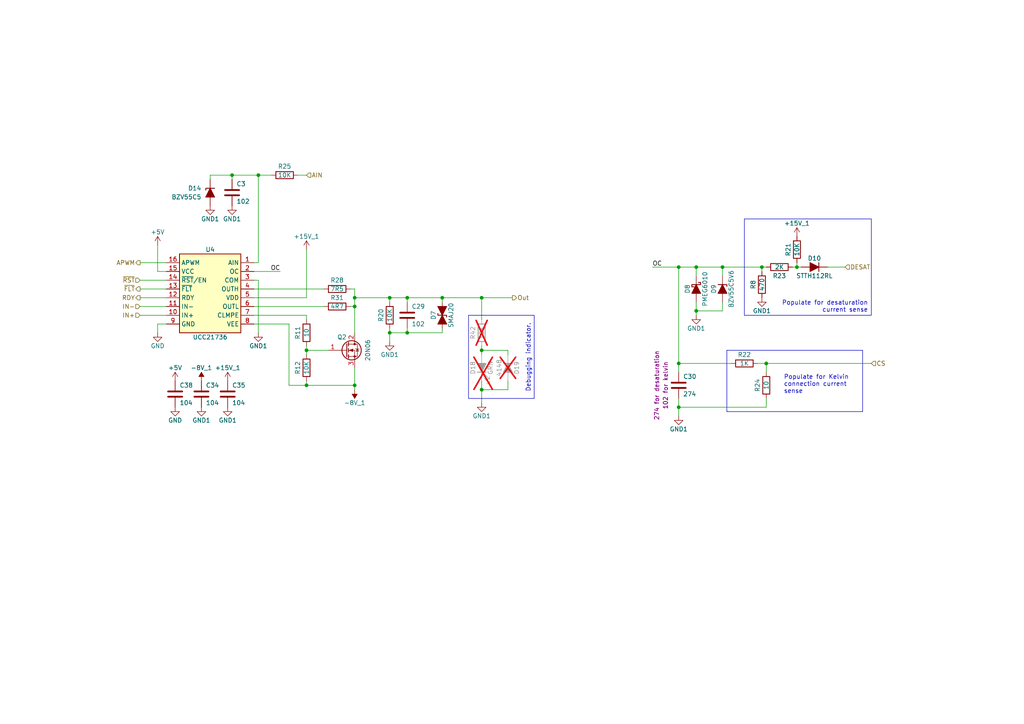
<source format=kicad_sch>
(kicad_sch (version 20250114) (generator "eeschema") (generator_version "9.0")
  (paper "A4")
  (lib_symbols
    (symbol "D_Filled_1" (pin_numbers (hide yes)) (pin_names (offset 1.016) (hide yes))
      (property "Reference" "D" (at 0 2.54 0))
      (property "Value" "D_Filled" (at 0 -2.54 0))
      (symbol "D_Filled_1_0_1"
        (polyline (pts (xy -1.27 1.27) (xy -1.27 -1.27)) (stroke (width 0.254)))
        (polyline (pts (xy 1.27 1.27) (xy 1.27 -1.27) (xy -1.27 0) (xy 1.27 1.27)) (stroke (width 0.254)) (fill (type outline)))
        (polyline (pts (xy 1.27 0) (xy -1.27 0)))
      )
      (symbol "D_Filled_1_1_1"
        (pin passive line (at -3.81 0 0) (length 2.54) (name "K") (number "1"))
        (pin passive line (at 3.81 0 180) (length 2.54) (name "A") (number "2"))
      )
    )
    (symbol "Device:C" (pin_numbers (hide yes)) (pin_names (offset 0.254))
      (property "Reference" "C" (at 0.635 2.54 0))
      (property "Value" "C" (at 0.635 -2.54 0))
      (symbol "C_0_1"
        (polyline (pts (xy -2.032 0.762) (xy 2.032 0.762)) (stroke (width 0.508)))
        (polyline (pts (xy -2.032 -0.762) (xy 2.032 -0.762)) (stroke (width 0.508)))
      )
      (symbol "C_1_1"
        (pin passive line (at 0 3.81 270) (length 2.794) (name "~") (number "1"))
        (pin passive line (at 0 -3.81 90) (length 2.794) (name "~") (number "2"))
      )
    )
    (symbol "Device:D_Filled" (pin_numbers (hide yes)) (pin_names (offset 1.016) (hide yes))
      (property "Reference" "D" (at 0 2.54 0))
      (property "Value" "D_Filled" (at 0 -2.54 0))
      (symbol "D_Filled_0_1"
        (polyline (pts (xy -1.27 1.27) (xy -1.27 -1.27)) (stroke (width 0.254)))
        (polyline (pts (xy 1.27 1.27) (xy 1.27 -1.27) (xy -1.27 0) (xy 1.27 1.27)) (stroke (width 0.254)) (fill (type outline)))
        (polyline (pts (xy 1.27 0) (xy -1.27 0)))
      )
      (symbol "D_Filled_1_1"
        (pin passive line (at -3.81 0 0) (length 2.54) (name "K") (number "1"))
        (pin passive line (at 3.81 0 180) (length 2.54) (name "A") (number "2"))
      )
    )
    (symbol "Device:D_Schottky_Filled" (pin_numbers (hide yes)) (pin_names (offset 1.016) (hide yes))
      (property "Reference" "D" (at 0 2.54 0))
      (property "Value" "D_Schottky_Filled" (at 0 -2.54 0))
      (symbol "D_Schottky_Filled_0_1"
        (polyline (pts (xy -1.905 0.635) (xy -1.905 1.27) (xy -1.27 1.27) (xy -1.27 -1.27) (xy -0.635 -1.27) (xy -0.635 -0.635)) (stroke (width 0.254)))
        (polyline (pts (xy 1.27 1.27) (xy 1.27 -1.27) (xy -1.27 0) (xy 1.27 1.27)) (stroke (width 0.254)) (fill (type outline)))
        (polyline (pts (xy 1.27 0) (xy -1.27 0)))
      )
      (symbol "D_Schottky_Filled_1_1"
        (pin passive line (at -3.81 0 0) (length 2.54) (name "K") (number "1"))
        (pin passive line (at 3.81 0 180) (length 2.54) (name "A") (number "2"))
      )
    )
    (symbol "Device:D_TVS_Filled" (pin_numbers (hide yes)) (pin_names (offset 1.016) (hide yes))
      (property "Reference" "D" (at 0 2.54 0))
      (property "Value" "D_TVS_Filled" (at 0 -2.54 0))
      (symbol "D_TVS_Filled_0_1"
        (polyline (pts (xy -2.54 -1.27) (xy 0 0) (xy -2.54 1.27) (xy -2.54 -1.27)) (stroke (width 0.254)) (fill (type outline)))
        (polyline (pts (xy 0.508 1.27) (xy 0 1.27) (xy 0 -1.27) (xy -0.508 -1.27)) (stroke (width 0.254)))
        (polyline (pts (xy 1.27 0) (xy -1.27 0)))
        (polyline (pts (xy 2.54 1.27) (xy 2.54 -1.27) (xy 0 0) (xy 2.54 1.27)) (stroke (width 0.254)) (fill (type outline)))
      )
      (symbol "D_TVS_Filled_1_1"
        (pin passive line (at -3.81 0 0) (length 2.54) (name "A1") (number "1"))
        (pin passive line (at 3.81 0 180) (length 2.54) (name "A2") (number "2"))
      )
    )
    (symbol "Device:D_Zener_Filled" (pin_numbers (hide yes)) (pin_names (offset 1.016) (hide yes))
      (property "Reference" "D" (at 0 2.54 0))
      (property "Value" "D_Zener_Filled" (at 0 -2.54 0))
      (symbol "D_Zener_Filled_0_1"
        (polyline (pts (xy -1.27 -1.27) (xy -1.27 1.27) (xy -0.762 1.27)) (stroke (width 0.254)))
        (polyline (pts (xy 1.27 0) (xy -1.27 0)))
        (polyline (pts (xy 1.27 -1.27) (xy 1.27 1.27) (xy -1.27 0) (xy 1.27 -1.27)) (stroke (width 0.254)) (fill (type outline)))
      )
      (symbol "D_Zener_Filled_1_1"
        (pin passive line (at -3.81 0 0) (length 2.54) (name "K") (number "1"))
        (pin passive line (at 3.81 0 180) (length 2.54) (name "A") (number "2"))
      )
    )
    (symbol "Device:LED_Filled" (pin_numbers (hide yes)) (pin_names (offset 1.016) (hide yes))
      (property "Reference" "D" (at 0 2.54 0))
      (property "Value" "LED_Filled" (at 0 -2.54 0))
      (symbol "LED_Filled_0_1"
        (polyline (pts (xy -3.048 -0.762) (xy -4.572 -2.286) (xy -3.81 -2.286) (xy -4.572 -2.286) (xy -4.572 -1.524)))
        (polyline (pts (xy -1.778 -0.762) (xy -3.302 -2.286) (xy -2.54 -2.286) (xy -3.302 -2.286) (xy -3.302 -1.524)))
        (polyline (pts (xy -1.27 0) (xy 1.27 0)))
        (polyline (pts (xy -1.27 -1.27) (xy -1.27 1.27)) (stroke (width 0.254)))
        (polyline (pts (xy 1.27 -1.27) (xy 1.27 1.27) (xy -1.27 0) (xy 1.27 -1.27)) (stroke (width 0.254)) (fill (type outline)))
      )
      (symbol "LED_Filled_1_1"
        (pin passive line (at -3.81 0 0) (length 2.54) (name "K") (number "1"))
        (pin passive line (at 3.81 0 180) (length 2.54) (name "A") (number "2"))
      )
    )
    (symbol "Device:Q_NMOS_GDS" (pin_names (offset 0) (hide yes))
      (property "Reference" "Q" (at 5.08 1.27 0))
      (property "Value" "Q_NMOS_GDS" (at 5.08 -1.27 0))
      (symbol "Q_NMOS_GDS_0_1"
        (polyline (pts (xy 0.254 1.905) (xy 0.254 -1.905)) (stroke (width 0.254)))
        (polyline (pts (xy 0.254 0) (xy -2.54 0)))
        (polyline (pts (xy 0.762 2.286) (xy 0.762 1.27)) (stroke (width 0.254)))
        (polyline (pts (xy 0.762 0.508) (xy 0.762 -0.508)) (stroke (width 0.254)))
        (polyline (pts (xy 0.762 -1.27) (xy 0.762 -2.286)) (stroke (width 0.254)))
        (polyline (pts (xy 0.762 -1.778) (xy 3.302 -1.778) (xy 3.302 1.778) (xy 0.762 1.778)))
        (polyline (pts (xy 1.016 0) (xy 2.032 0.381) (xy 2.032 -0.381) (xy 1.016 0)) (fill (type outline)))
        (circle (center 1.651 0) (radius 2.794) (stroke (width 0.254)))
        (polyline (pts (xy 2.54 2.54) (xy 2.54 1.778)))
        (circle (center 2.54 1.778) (radius 0.254) (fill (type outline)))
        (circle (center 2.54 -1.778) (radius 0.254) (fill (type outline)))
        (polyline (pts (xy 2.54 -2.54) (xy 2.54 0) (xy 0.762 0)))
        (polyline (pts (xy 2.794 0.508) (xy 2.921 0.381) (xy 3.683 0.381) (xy 3.81 0.254)))
        (polyline (pts (xy 3.302 0.381) (xy 2.921 -0.254) (xy 3.683 -0.254) (xy 3.302 0.381)))
      )
      (symbol "Q_NMOS_GDS_1_1"
        (pin input line (at -5.08 0 0) (length 2.54) (name "G") (number "1"))
        (pin passive line (at 2.54 5.08 270) (length 2.54) (name "D") (number "2"))
        (pin passive line (at 2.54 -5.08 90) (length 2.54) (name "S") (number "3"))
      )
    )
    (symbol "Device:R" (pin_numbers (hide yes)) (pin_names (offset 0))
      (property "Reference" "R" (at 2.032 0 90))
      (property "Value" "R" (at 0 0 90))
      (symbol "R_0_1"
        (rectangle (start -1.016 -2.54) (end 1.016 2.54) (stroke (width 0.254)))
      )
      (symbol "R_1_1"
        (pin passive line (at 0 3.81 270) (length 1.27) (name "~") (number "1"))
        (pin passive line (at 0 -3.81 90) (length 1.27) (name "~") (number "2"))
      )
    )
    (symbol "HR Parts:UCC21732"
      (property "Reference" "U" (at 0 15.24 0))
      (property "Value" "UCC21736" (at 0 -12.7 0))
      (symbol "UCC21732_0_1"
        (rectangle (start -8.89 12.7) (end 8.89 -10.16) (stroke (width 0.254)) (fill (type background)))
      )
      (symbol "UCC21732_1_1"
        (pin input line (at -12.7 10.16 0) (length 3.81) (name "AIN") (number "1"))
        (pin input line (at -12.7 7.62 0) (length 3.81) (name "OC") (number "2"))
        (pin power_in line (at -12.7 5.08 0) (length 3.81) (name "COM") (number "3"))
        (pin power_out line (at -12.7 2.54 0) (length 3.81) (name "OUTH") (number "4"))
        (pin power_in line (at -12.7 0 0) (length 3.81) (name "VDD") (number "5"))
        (pin power_out line (at -12.7 -2.54 0) (length 3.81) (name "OUTL") (number "6"))
        (pin power_out line (at -12.7 -5.08 0) (length 3.81) (name "CLMPE") (number "7"))
        (pin power_in line (at -12.7 -7.62 0) (length 3.81) (name "VEE") (number "8"))
        (pin output line (at 12.7 10.16 180) (length 3.81) (name "APWM") (number "16"))
        (pin power_in line (at 12.7 7.62 180) (length 3.81) (name "VCC") (number "15"))
        (pin input line (at 12.7 5.08 180) (length 3.81) (name "~{RST}/EN") (number "14"))
        (pin output line (at 12.7 2.54 180) (length 3.81) (name "~{FLT}") (number "13"))
        (pin output line (at 12.7 0 180) (length 3.81) (name "RDY") (number "12"))
        (pin input line (at 12.7 -2.54 180) (length 3.81) (name "IN-") (number "11"))
        (pin input line (at 12.7 -5.08 180) (length 3.81) (name "IN+") (number "10"))
        (pin power_in line (at 12.7 -7.62 180) (length 3.81) (name "GND") (number "9"))
      )
    )
    (symbol "HR-parts:+15V_1" (power) (pin_names (offset 0))
      (property "Value" "+15V_1" (at 0 3.556 0))
      (symbol "+15V_1_0_1"
        (polyline (pts (xy -0.762 1.27) (xy 0 2.54)))
        (polyline (pts (xy 0 2.54) (xy 0.762 1.27)))
        (polyline (pts (xy 0 0) (xy 0 2.54)))
      )
      (symbol "+15V_1_1_1"
        (pin power_in line (at 0 0 90) (length 0) (hide yes) (name "+15V_1") (number "1"))
      )
    )
    (symbol "HR-parts:-8V_1" (power) (pin_names (offset 0))
      (property "Value" "-8V_1" (at 0 3.556 0))
      (symbol "-8V_1_0_1"
        (polyline (pts (xy -0.762 1.27) (xy 0.762 1.27) (xy 0 2.54) (xy -0.762 1.27)) (fill (type outline)))
        (polyline (pts (xy 0 0) (xy 0 2.54)))
      )
      (symbol "-8V_1_1_1"
        (pin power_in line (at 0 0 90) (length 0) (hide yes) (name "-8V_1") (number "1"))
      )
    )
    (symbol "power:+5V" (power) (pin_names (offset 0))
      (property "Value" "+5V" (at 0 3.556 0))
      (symbol "+5V_0_1"
        (polyline (pts (xy -0.762 1.27) (xy 0 2.54)))
        (polyline (pts (xy 0 2.54) (xy 0.762 1.27)))
        (polyline (pts (xy 0 0) (xy 0 2.54)))
      )
      (symbol "+5V_1_1"
        (pin power_in line (at 0 0 90) (length 0) (hide yes) (name "+5V") (number "1"))
      )
    )
    (symbol "power:GND" (power) (pin_names (offset 0))
      (property "Value" "GND" (at 0 -3.81 0))
      (symbol "GND_0_1"
        (polyline (pts (xy 0 0) (xy 0 -1.27) (xy 1.27 -1.27) (xy 0 -2.54) (xy -1.27 -1.27) (xy 0 -1.27)))
      )
      (symbol "GND_1_1"
        (pin power_in line (at 0 0 270) (length 0) (hide yes) (name "GND") (number "1"))
      )
    )
    (symbol "power:GND1" (power) (pin_names (offset 0))
      (property "Value" "GND1" (at 0 -3.81 0))
      (symbol "GND1_0_1"
        (polyline (pts (xy 0 0) (xy 0 -1.27) (xy 1.27 -1.27) (xy 0 -2.54) (xy -1.27 -1.27) (xy 0 -1.27)))
      )
      (symbol "GND1_1_1"
        (pin power_in line (at 0 0 270) (length 0) (hide yes) (name "GND1") (number "1"))
      )
    )
  )
  (text "Populate for Kelvin\nconnection current\nsense" (at 227.33 114.3 0) (effects (font (size 1.27 1.27)) (justify left bottom)))
  (text_box "Populate for desaturation\ncurrent sense" (at 215.9 63.5 0) (size 36.83 27.94) (margins 0.9525 0.9525 0.9525 0.9525) (effects (font (size 1.27 1.27)) (justify right bottom)))
  (text_box "Debugging indicator." (at 135.89 91.44 90) (size 19.05 24.13) (margins 0.9525 0.9525 0.9525 0.9525) (effects (font (size 1.27 1.27)) (justify bottom)))
  (junction (at 220.98 77.47))
  (junction (at 201.93 90.17))
  (junction (at 102.87 88.9))
  (junction (at 88.9 101.6))
  (junction (at 128.27 86.36))
  (junction (at 196.85 105.41))
  (junction (at 209.55 77.47))
  (junction (at 201.93 77.47))
  (junction (at 88.9 111.76))
  (junction (at 118.11 86.36))
  (junction (at 231.14 77.47))
  (junction (at 102.87 86.36))
  (junction (at 118.11 96.52))
  (junction (at 113.03 96.52))
  (junction (at 139.7 101.6))
  (junction (at 74.93 50.8))
  (junction (at 139.7 113.03))
  (junction (at 196.85 118.11))
  (junction (at 113.03 86.36))
  (junction (at 139.7 86.36))
  (junction (at 222.25 105.41))
  (junction (at 196.85 77.47))
  (junction (at 67.31 50.8))
  (junction (at 102.87 111.76))
  (wire (pts (xy 189.23 77.47) (xy 196.85 77.47)))
  (wire (pts (xy 139.7 100.33) (xy 139.7 101.6)))
  (wire (pts (xy 95.25 101.6) (xy 88.9 101.6)))
  (wire (pts (xy 209.55 87.63) (xy 209.55 90.17)))
  (wire (pts (xy 118.11 87.63) (xy 118.11 86.36)))
  (wire (pts (xy 139.7 113.03) (xy 139.7 116.84)))
  (wire (pts (xy 60.96 50.8) (xy 60.96 52.07)))
  (wire (pts (xy 101.6 88.9) (xy 102.87 88.9)))
  (wire (pts (xy 147.32 113.03) (xy 147.32 110.49)))
  (wire (pts (xy 220.98 77.47) (xy 220.98 78.74)))
  (wire (pts (xy 222.25 118.11) (xy 222.25 115.57)))
  (wire (pts (xy 196.85 105.41) (xy 212.09 105.41)))
  (wire (pts (xy 83.82 111.76) (xy 88.9 111.76)))
  (wire (pts (xy 231.14 76.2) (xy 231.14 77.47)))
  (wire (pts (xy 222.25 118.11) (xy 196.85 118.11)))
  (wire (pts (xy 74.93 50.8) (xy 74.93 76.2)))
  (wire (pts (xy 147.32 101.6) (xy 147.32 102.87)))
  (wire (pts (xy 201.93 77.47) (xy 209.55 77.47)))
  (wire (pts (xy 118.11 96.52) (xy 128.27 96.52)))
  (wire (pts (xy 139.7 101.6) (xy 147.32 101.6)))
  (wire (pts (xy 40.64 83.82) (xy 48.26 83.82)))
  (wire (pts (xy 128.27 96.52) (xy 128.27 95.25)))
  (wire (pts (xy 86.36 50.8) (xy 88.9 50.8)))
  (wire (pts (xy 45.72 71.12) (xy 45.72 78.74)))
  (wire (pts (xy 196.85 77.47) (xy 201.93 77.47)))
  (wire (pts (xy 201.93 77.47) (xy 201.93 80.01)))
  (wire (pts (xy 67.31 50.8) (xy 60.96 50.8)))
  (wire (pts (xy 220.98 77.47) (xy 222.25 77.47)))
  (wire (pts (xy 102.87 86.36) (xy 102.87 88.9)))
  (wire (pts (xy 102.87 88.9) (xy 102.87 96.52)))
  (wire (pts (xy 74.93 81.28) (xy 73.66 81.28)))
  (wire (pts (xy 73.66 93.98) (xy 83.82 93.98)))
  (wire (pts (xy 113.03 96.52) (xy 113.03 99.06)))
  (wire (pts (xy 40.64 91.44) (xy 48.26 91.44)))
  (wire (pts (xy 40.64 76.2) (xy 48.26 76.2)))
  (wire (pts (xy 139.7 86.36) (xy 139.7 92.71)))
  (polyline (pts (xy 210.82 101.6) (xy 250.19 101.6)))
  (wire (pts (xy 73.66 91.44) (xy 88.9 91.44)))
  (wire (pts (xy 88.9 86.36) (xy 88.9 72.39)))
  (wire (pts (xy 196.85 118.11) (xy 196.85 120.65)))
  (polyline (pts (xy 250.19 101.6) (xy 250.19 119.38)))
  (polyline (pts (xy 210.82 101.6) (xy 210.82 119.38)))
  (wire (pts (xy 74.93 96.52) (xy 74.93 81.28)))
  (wire (pts (xy 88.9 100.33) (xy 88.9 101.6)))
  (wire (pts (xy 139.7 113.03) (xy 147.32 113.03)))
  (wire (pts (xy 209.55 77.47) (xy 209.55 80.01)))
  (wire (pts (xy 201.93 87.63) (xy 201.93 90.17)))
  (wire (pts (xy 88.9 111.76) (xy 102.87 111.76)))
  (wire (pts (xy 73.66 86.36) (xy 88.9 86.36)))
  (wire (pts (xy 113.03 86.36) (xy 113.03 87.63)))
  (wire (pts (xy 101.6 83.82) (xy 102.87 83.82)))
  (wire (pts (xy 222.25 105.41) (xy 252.73 105.41)))
  (wire (pts (xy 102.87 106.68) (xy 102.87 111.76)))
  (wire (pts (xy 139.7 110.49) (xy 139.7 113.03)))
  (wire (pts (xy 222.25 105.41) (xy 222.25 107.95)))
  (wire (pts (xy 231.14 77.47) (xy 232.41 77.47)))
  (wire (pts (xy 196.85 105.41) (xy 196.85 107.95)))
  (wire (pts (xy 229.87 77.47) (xy 231.14 77.47)))
  (wire (pts (xy 118.11 96.52) (xy 118.11 95.25)))
  (wire (pts (xy 74.93 50.8) (xy 78.74 50.8)))
  (wire (pts (xy 40.64 86.36) (xy 48.26 86.36)))
  (wire (pts (xy 128.27 86.36) (xy 139.7 86.36)))
  (wire (pts (xy 139.7 101.6) (xy 139.7 102.87)))
  (wire (pts (xy 67.31 50.8) (xy 67.31 52.07)))
  (wire (pts (xy 88.9 91.44) (xy 88.9 92.71)))
  (wire (pts (xy 67.31 50.8) (xy 74.93 50.8)))
  (wire (pts (xy 219.71 105.41) (xy 222.25 105.41)))
  (wire (pts (xy 113.03 86.36) (xy 118.11 86.36)))
  (wire (pts (xy 201.93 90.17) (xy 201.93 91.44)))
  (wire (pts (xy 196.85 118.11) (xy 196.85 115.57)))
  (wire (pts (xy 73.66 88.9) (xy 93.98 88.9)))
  (wire (pts (xy 201.93 90.17) (xy 209.55 90.17)))
  (wire (pts (xy 220.98 77.47) (xy 209.55 77.47)))
  (wire (pts (xy 48.26 93.98) (xy 45.72 93.98)))
  (wire (pts (xy 88.9 101.6) (xy 88.9 102.87)))
  (wire (pts (xy 73.66 78.74) (xy 81.28 78.74)))
  (wire (pts (xy 40.64 88.9) (xy 48.26 88.9)))
  (wire (pts (xy 102.87 86.36) (xy 113.03 86.36)))
  (wire (pts (xy 73.66 76.2) (xy 74.93 76.2)))
  (wire (pts (xy 102.87 113.03) (xy 102.87 111.76)))
  (wire (pts (xy 83.82 93.98) (xy 83.82 111.76)))
  (wire (pts (xy 45.72 93.98) (xy 45.72 96.52)))
  (wire (pts (xy 240.03 77.47) (xy 245.11 77.47)))
  (wire (pts (xy 113.03 95.25) (xy 113.03 96.52)))
  (wire (pts (xy 113.03 96.52) (xy 118.11 96.52)))
  (wire (pts (xy 40.64 81.28) (xy 48.26 81.28)))
  (wire (pts (xy 88.9 110.49) (xy 88.9 111.76)))
  (wire (pts (xy 118.11 86.36) (xy 128.27 86.36)))
  (wire (pts (xy 73.66 83.82) (xy 93.98 83.82)))
  (wire (pts (xy 102.87 83.82) (xy 102.87 86.36)))
  (wire (pts (xy 45.72 78.74) (xy 48.26 78.74)))
  (wire (pts (xy 139.7 86.36) (xy 148.59 86.36)))
  (polyline (pts (xy 250.19 119.38) (xy 210.82 119.38)))
  (wire (pts (xy 196.85 77.47) (xy 196.85 105.41)))
  (wire (pts (xy 128.27 86.36) (xy 128.27 87.63)))
  (label "OC" (at 81.28 78.74 180))
  (label "OC" (at 189.23 77.47 0))
  (hierarchical_label "AIN" (shape input) (at 88.9 50.8 0))
  (hierarchical_label "~{FLT}" (shape output) (at 40.64 83.82 180))
  (hierarchical_label "DESAT" (shape input) (at 245.11 77.47 0))
  (hierarchical_label "RDY" (shape output) (at 40.64 86.36 180))
  (hierarchical_label "CS" (shape input) (at 252.73 105.41 0))
  (hierarchical_label "IN+" (shape input) (at 40.64 91.44 180))
  (hierarchical_label "IN-" (shape input) (at 40.64 88.9 180))
  (hierarchical_label "APWM" (shape output) (at 40.64 76.2 180))
  (hierarchical_label "Out" (shape output) (at 148.59 86.36 0))
  (hierarchical_label "~{RST}" (shape input) (at 40.64 81.28 180))
  (symbol (lib_id "power:+5V") (at 50.8 110.49 0) (unit 1)
    (property "Reference" "#PWR0103" (effects (hide yes)))
    (property "Value" "+5V" (at 50.8 106.68 0))
  )
  (symbol (lib_id "Device:D_Zener_Filled") (at 60.96 55.88 90) (mirror x) (unit 1)
    (property "Reference" "D14" (at 58.42 54.6099 90) (effects (justify left)))
    (property "Value" "BZV55C5" (at 58.42 57.1499 90) (effects (justify left)))
    (property "Footprint" "Diode_SMD:D_SOD-123" (effects (hide yes)))
  )
  (symbol (lib_id "Device:C") (at 196.85 111.76 0) (unit 1)
    (property "Reference" "C30" (at 198.12 109.22 0) (effects (justify left)))
    (property "Value" "274" (at 198.12 114.3 0) (effects (justify left)))
    (property "Footprint" "Capacitor_SMD:C_0805_2012Metric" (effects (hide yes)))
    (property "Note" "274 for desaturation" (at 190.5 111.76 90))
    (property "Note2" "102 for kelvin" (at 193.04 111.76 90))
  )
  (symbol (lib_id "power:GND1") (at 66.04 118.11 0) (unit 1)
    (property "Reference" "#PWR0108" (effects (hide yes)))
    (property "Value" "GND1" (at 66.04 121.92 0))
  )
  (symbol (lib_id "power:GND1") (at 220.98 86.36 0) (unit 1)
    (property "Reference" "#PWR7" (effects (hide yes)))
    (property "Value" "GND1" (at 220.98 90.17 0))
  )
  (symbol (lib_id "power:GND") (at 45.72 96.52 0) (unit 1)
    (property "Reference" "#PWR018" (effects (hide yes)))
    (property "Value" "GND" (at 45.72 100.33 0))
  )
  (symbol (lib_id "Device:D_Filled") (at 236.22 77.47 0) (mirror y) (unit 1)
    (property "Reference" "D10" (at 236.22 74.93 0))
    (property "Value" "STTH112RL" (at 236.22 80.01 0))
    (property "Footprint" "Diode_THT:D_DO-41_SOD81_P10.16mm_Horizontal" (effects (hide yes)))
  )
  (symbol (lib_name "D_Filled_1") (lib_id "Device:D_Filled") (at 147.32 106.68 270) (unit 1) (dnp yes)
    (property "Reference" "D19" (at 149.86 106.68 0))
    (property "Value" "4148" (at 144.78 106.68 0))
    (property "Footprint" "Diode_SMD:D_SOD-123" (effects (hide yes)))
    (property "Description" "Diode, filled shape" (effects (hide yes)))
    (property "Sim.Device" "D" (effects (hide yes)))
    (property "Sim.Pins" "1=K 2=A" (effects (hide yes)))
  )
  (symbol (lib_id "Device:Q_NMOS_GDS") (at 100.33 101.6 0) (unit 1)
    (property "Reference" "Q2" (at 97.79 97.79 0) (effects (justify left)))
    (property "Value" "20N06" (at 106.68 101.6 90))
    (property "Footprint" "Package_TO_SOT_SMD:TO-252-2" (effects (hide yes)))
  )
  (symbol (lib_id "HR-parts:+15V_1") (at 88.9 72.39 0) (unit 1)
    (property "Reference" "#PWR022" (effects (hide yes)))
    (property "Value" "+15V_1" (at 88.9 68.58 0))
  )
  (symbol (lib_id "power:GND1") (at 58.42 118.11 0) (unit 1)
    (property "Reference" "#PWR0107" (effects (hide yes)))
    (property "Value" "GND1" (at 58.42 121.92 0))
  )
  (symbol (lib_id "Device:R") (at 220.98 82.55 180) (unit 1)
    (property "Reference" "R8" (at 218.44 82.55 90))
    (property "Value" "470" (at 220.98 82.55 90))
    (property "Footprint" "Resistor_SMD:R_0805_2012Metric" (effects (hide yes)))
  )
  (symbol (lib_id "Device:C") (at 67.31 55.88 0) (unit 1)
    (property "Reference" "C3" (at 68.58 53.34 0) (effects (justify left)))
    (property "Value" "102" (at 68.58 58.42 0) (effects (justify left)))
    (property "Footprint" "Capacitor_SMD:C_0805_2012Metric" (effects (hide yes)))
  )
  (symbol (lib_id "Device:R") (at 139.7 96.52 180) (unit 1) (dnp yes)
    (property "Reference" "R42" (at 137.16 96.52 90))
    (property "Value" "10K" (at 139.7 96.52 90))
    (property "Footprint" "Resistor_SMD:R_0805_2012Metric" (effects (hide yes)))
  )
  (symbol (lib_id "HR Parts:UCC21732") (at 60.96 86.36 0) (mirror y) (unit 1)
    (property "Reference" "U4" (at 60.96 72.39 0))
    (property "Value" "UCC21736" (at 60.96 97.79 0))
    (property "Footprint" "Package_SO:SOIC-16W_7.5x10.3mm_P1.27mm" (effects (hide yes)))
  )
  (symbol (lib_id "Device:D_TVS_Filled") (at 128.27 91.44 90) (unit 1)
    (property "Reference" "D7" (at 125.73 91.44 0))
    (property "Value" "SMAJ20" (at 130.81 91.44 0))
    (property "Footprint" "Diode_SMD:D_SMA" (effects (hide yes)))
  )
  (symbol (lib_id "Device:R") (at 226.06 77.47 90) (unit 1)
    (property "Reference" "R23" (at 226.06 80.01 90))
    (property "Value" "2K" (at 226.06 77.47 90))
    (property "Footprint" "Resistor_SMD:R_0805_2012Metric" (effects (hide yes)))
  )
  (symbol (lib_id "Device:R") (at 88.9 96.52 180) (unit 1)
    (property "Reference" "R11" (at 86.36 96.52 90))
    (property "Value" "10" (at 88.9 96.52 90))
    (property "Footprint" "Resistor_SMD:R_0805_2012Metric" (effects (hide yes)))
  )
  (symbol (lib_id "Device:R") (at 231.14 72.39 180) (unit 1)
    (property "Reference" "R21" (at 228.6 72.39 90))
    (property "Value" "10K" (at 231.14 72.39 90))
    (property "Footprint" "Resistor_SMD:R_0805_2012Metric" (effects (hide yes)))
  )
  (symbol (lib_id "Device:C") (at 118.11 91.44 0) (unit 1)
    (property "Reference" "C29" (at 119.38 88.9 0) (effects (justify left)))
    (property "Value" "102" (at 119.38 93.98 0) (effects (justify left)))
    (property "Footprint" "Capacitor_SMD:C_0805_2012Metric" (effects (hide yes)))
  )
  (symbol (lib_id "Device:R") (at 215.9 105.41 90) (unit 1)
    (property "Reference" "R22" (at 215.9 102.87 90))
    (property "Value" "1K" (at 215.9 105.41 90))
    (property "Footprint" "Resistor_SMD:R_0805_2012Metric" (effects (hide yes)))
  )
  (symbol (lib_id "power:GND1") (at 67.31 59.69 0) (unit 1)
    (property "Reference" "#PWR31" (effects (hide yes)))
    (property "Value" "GND1" (at 67.31 63.5 0))
  )
  (symbol (lib_id "power:GND1") (at 113.03 99.06 0) (unit 1)
    (property "Reference" "#PWR024" (effects (hide yes)))
    (property "Value" "GND1" (at 113.03 102.87 0))
  )
  (symbol (lib_id "HR-parts:-8V_1") (at 102.87 113.03 0) (mirror x) (unit 1)
    (property "Reference" "#PWR021" (effects (hide yes)))
    (property "Value" "-8V_1" (at 102.87 116.84 0))
  )
  (symbol (lib_id "power:GND1") (at 201.93 91.44 0) (unit 1)
    (property "Reference" "#PWR026" (effects (hide yes)))
    (property "Value" "GND1" (at 201.93 95.25 0))
  )
  (symbol (lib_id "power:GND1") (at 139.7 116.84 0) (unit 1)
    (property "Reference" "#PWR20" (effects (hide yes)))
    (property "Value" "GND1" (at 139.7 120.65 0))
  )
  (symbol (lib_id "power:GND1") (at 60.96 59.69 0) (unit 1)
    (property "Reference" "#PWR34" (effects (hide yes)))
    (property "Value" "GND1" (at 60.96 63.5 0))
  )
  (symbol (lib_id "Device:C") (at 66.04 114.3 0) (unit 1)
    (property "Reference" "C35" (at 67.31 111.76 0) (effects (justify left)))
    (property "Value" "104" (at 67.31 116.84 0) (effects (justify left)))
    (property "Footprint" "Capacitor_SMD:C_0805_2012Metric" (effects (hide yes)))
  )
  (symbol (lib_id "Device:LED_Filled") (at 139.7 106.68 90) (unit 1) (dnp yes)
    (property "Reference" "D18" (at 137.16 106.68 0))
    (property "Value" "GRN" (at 142.24 106.68 0))
    (property "Footprint" "LED_THT:LED_D3.0mm" (effects (hide yes)))
    (property "Description" "Light emitting diode, filled shape" (effects (hide yes)))
  )
  (symbol (lib_id "Device:C") (at 58.42 114.3 0) (unit 1)
    (property "Reference" "C34" (at 59.69 111.76 0) (effects (justify left)))
    (property "Value" "104" (at 59.69 116.84 0) (effects (justify left)))
    (property "Footprint" "Capacitor_SMD:C_0805_2012Metric" (effects (hide yes)))
  )
  (symbol (lib_id "Device:R") (at 82.55 50.8 90) (unit 1)
    (property "Reference" "R25" (at 82.55 48.26 90))
    (property "Value" "10K" (at 82.55 50.8 90))
    (property "Footprint" "Resistor_SMD:R_1210_3225Metric" (effects (hide yes)))
  )
  (symbol (lib_id "Device:R") (at 113.03 91.44 180) (unit 1)
    (property "Reference" "R20" (at 110.49 91.44 90))
    (property "Value" "10K" (at 113.03 91.44 90))
    (property "Footprint" "Resistor_SMD:R_0805_2012Metric" (effects (hide yes)))
  )
  (symbol (lib_id "Device:R") (at 97.79 88.9 90) (unit 1)
    (property "Reference" "R31" (at 97.79 86.36 90))
    (property "Value" "4R7" (at 97.79 88.9 90))
    (property "Footprint" "Resistor_THT:R_Axial_DIN0617_L17.0mm_D6.0mm_P20.32mm_Horizontal" (effects (hide yes)))
  )
  (symbol (lib_id "Device:R") (at 97.79 83.82 90) (unit 1)
    (property "Reference" "R28" (at 97.79 81.28 90))
    (property "Value" "7R5" (at 97.79 83.82 90))
    (property "Footprint" "Resistor_THT:R_Axial_DIN0617_L17.0mm_D6.0mm_P20.32mm_Horizontal" (effects (hide yes)))
  )
  (symbol (lib_id "HR-parts:+15V_1") (at 231.14 68.58 0) (unit 1)
    (property "Reference" "#PWR027" (effects (hide yes)))
    (property "Value" "+15V_1" (at 231.14 64.77 0))
  )
  (symbol (lib_id "power:+5V") (at 45.72 71.12 0) (unit 1)
    (property "Reference" "#PWR017" (effects (hide yes)))
    (property "Value" "+5V" (at 45.72 67.31 0))
  )
  (symbol (lib_id "power:GND1") (at 74.93 96.52 0) (unit 1)
    (property "Reference" "#PWR19" (effects (hide yes)))
    (property "Value" "GND1" (at 74.93 100.33 0))
  )
  (symbol (lib_id "Device:C") (at 50.8 114.3 0) (unit 1)
    (property "Reference" "C38" (at 52.07 111.76 0) (effects (justify left)))
    (property "Value" "104" (at 52.07 116.84 0) (effects (justify left)))
    (property "Footprint" "Capacitor_SMD:C_0805_2012Metric" (effects (hide yes)))
  )
  (symbol (lib_id "HR-parts:+15V_1") (at 66.04 110.49 0) (unit 1)
    (property "Reference" "#PWR041" (effects (hide yes)))
    (property "Value" "+15V_1" (at 66.04 106.68 0))
  )
  (symbol (lib_id "Device:D_Zener_Filled") (at 209.55 83.82 270) (unit 1)
    (property "Reference" "D9" (at 207.01 83.82 0))
    (property "Value" "BZV55C5V6" (at 212.09 83.82 0))
    (property "Footprint" "Diode_SMD:D_SOD-123" (effects (hide yes)))
  )
  (symbol (lib_id "Device:R") (at 88.9 106.68 180) (unit 1)
    (property "Reference" "R12" (at 86.36 106.68 90))
    (property "Value" "10K" (at 88.9 106.68 90))
    (property "Footprint" "Resistor_SMD:R_0805_2012Metric" (effects (hide yes)))
  )
  (symbol (lib_id "Device:R") (at 222.25 111.76 180) (unit 1)
    (property "Reference" "R24" (at 219.71 111.76 90))
    (property "Value" "10" (at 222.25 111.76 90))
    (property "Footprint" "Resistor_SMD:R_2512_6332Metric" (effects (hide yes)))
  )
  (symbol (lib_id "HR-parts:-8V_1") (at 58.42 110.49 0) (unit 1)
    (property "Reference" "#PWR039" (effects (hide yes)))
    (property "Value" "-8V_1" (at 58.42 106.68 0))
  )
  (symbol (lib_id "Device:D_Schottky_Filled") (at 201.93 83.82 270) (unit 1)
    (property "Reference" "D8" (at 199.39 83.82 0))
    (property "Value" "PMEG6010" (at 204.47 83.82 0))
    (property "Footprint" "Diode_SMD:D_SOD-123" (effects (hide yes)))
  )
  (symbol (lib_id "power:GND") (at 50.8 118.11 0) (unit 1)
    (property "Reference" "#PWR0104" (effects (hide yes)))
    (property "Value" "GND" (at 50.8 121.92 0))
  )
  (symbol (lib_id "power:GND1") (at 196.85 120.65 0) (unit 1)
    (property "Reference" "#PWR025" (effects (hide yes)))
    (property "Value" "GND1" (at 196.85 124.46 0))
  )
)
</source>
